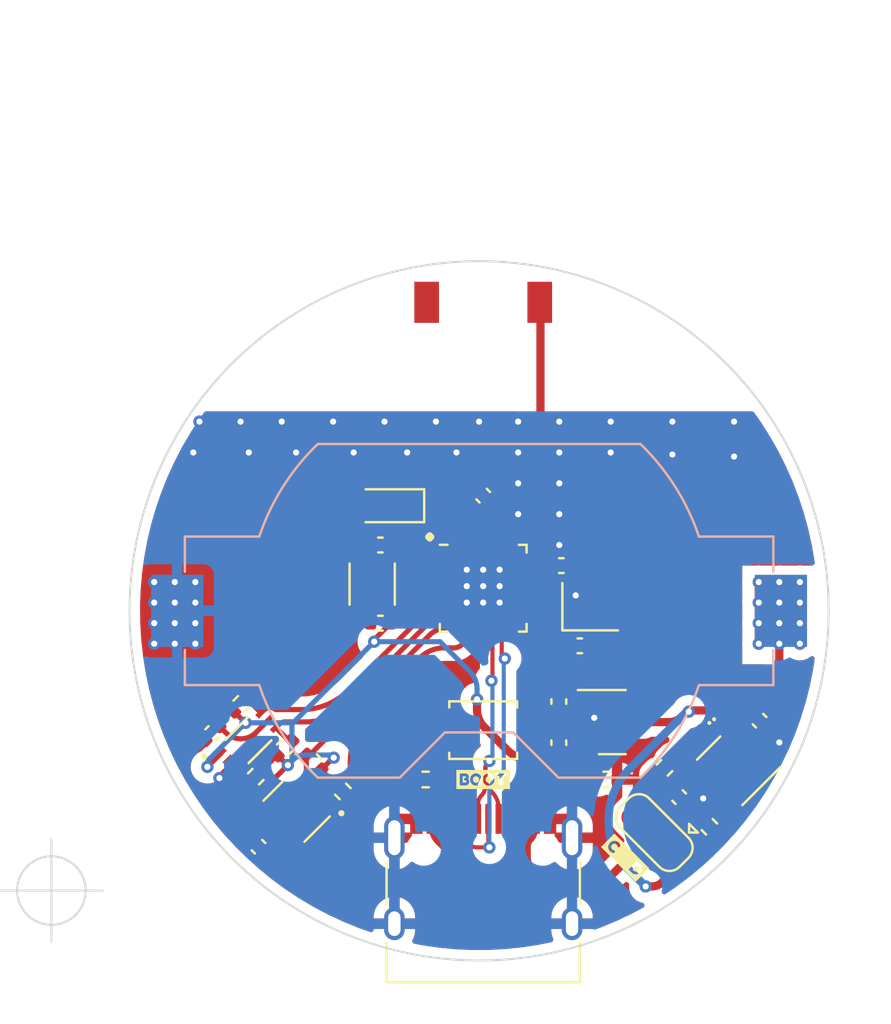
<source format=kicad_pcb>
(kicad_pcb (version 20211014) (generator pcbnew)
  (layers (0 "F.Cu" signal) (31 "B.Cu" signal) (34 "B.Paste" user) (35 "F.Paste" user) (36 "B.SilkS" user "B.Silkscreen") (37 "F.SilkS" user "F.Silkscreen") (38 "B.Mask" user) (39 "F.Mask" user) (44 "Edge.Cuts" user))
  (net 0 "")
  (net 1 "GND")
  (net 2 "BOOT")
  (net 3 "CC1")
  (net 4 "CC2")
  (net 5 "Net-(L1-Pad2)")
  (net 6 "D+")
  (net 7 "D-")
  (net 8 "+5V")
  (net 11 "BAT")
  (net 12 "SCL_BH")
  (net 13 "SDA_BH")
  (net 14 "Net-(R8-Pad1)")
  (net 15 "VCC")
  (net 16 "Net-(U3-Pad1)")
  (net 17 "Net-(U3-Pad2)")
  (net 23 "Net-(U3-Pad18)")
  (net 24 "Net-(U3-Pad19)")
  (net 33 "Net-(C1-Pad2)")
  (net 34 "Net-(C5-Pad1)")
  (net 35 "Net-(C6-Pad2)")
  (net 36 "SDA_SHT")
  (net 37 "SCL_SHT")
  (net 38 "Net-(C7-Pad2)")
  (net 40 "Net-(AE1-Pad2)")
  (net 41 "CHARG")
  (net 42 "DIRECT")
  (net 43 "Net-(D2-Pad2)")
  (net 44 "Net-(D2-Pad1)")
  (footprint "BLab:BH1750FVI" (layer "F.Cu") (at 109.377691 132.484725 45)
    (fp_text reference "U1" hide)
    (fp_text value "BH1750FVI")
  )
  (footprint "Resistor_SMD:R_0402_1005Metric" (layer "F.Cu") (at 109.739376 134.260624 -135)
    (fp_text reference "R3" hide)
    (fp_text value "1k")
  )
  (footprint "Resistor_SMD:R_0402_1005Metric" (layer "F.Cu") (at 111.146518 132.853481 45)
    (fp_text reference "R2" hide)
    (fp_text value "4.7k")
  )
  (footprint "Crystal:Crystal_SMD_2016-4Pin_2.0x1.6mm" (layer "F.Cu") (at 126 126)
    (fp_text reference "Y2" hide)
    (fp_text value "Crystal_GND24")
  )
  (footprint "Crystal:Crystal_SMD_2012-2Pin_2.0x1.2mm_HandSoldering" (layer "F.Cu") (at 116.28 121.09 180)
    (fp_text reference "Y1" hide)
    (fp_text value "Crystal")
  )
  (footprint "BLab:CA-03" (layer "F.Cu") (at 118.05 111.2)
    (fp_text reference "AE1" hide)
    (fp_text value "Antenna_Chip")
  )
  (footprint "Capacitor_SMD:C_0402_1005Metric" (layer "F.Cu") (at 124.4775 130.61 -90)
    (fp_text reference "C3" hide)
    (fp_text value "4.7uf")
  )
  (footprint "Resistor_SMD:R_0402_1005Metric" (layer "F.Cu") (at 118 134.4 180)
    (fp_text reference "R6" hide)
    (fp_text value "5.1k")
  )
  (footprint "Capacitor_SMD:C_0402_1005Metric" (layer "F.Cu") (at 120.8 120.6 -45)
    (fp_text reference "C6" hide)
    (fp_text value "0.1uf")
  )
  (footprint "LED_SMD:LED_0402_1005Metric" (layer "F.Cu") (at 131.02894 132.42045 -135)
    (fp_text reference "D2" hide)
    (fp_text value "LED")
  )
  (footprint "Diode_SMD:D_0402_1005Metric" (layer "F.Cu") (at 132.8 130.7 45)
    (fp_text reference "D1" hide)
    (fp_text value "D")
  )
  (footprint "kibuzzard-64141A9C" (layer "F.Cu") (at 127.7 138.2 -45)
    (fp_text reference "kibuzzard-64141A9C" hide)
    (fp_text value "G***" hide)
  )
  (footprint "Jumper:SolderJumper-3_P1.3mm_Open_RoundedPad1.0x1.5mm" (layer "F.Cu") (at 129.115867 136.98007 135)
    (fp_text reference "JP1" hide)
    (fp_text value "Jumper_3_Bridged12")
  )
  (footprint "Capacitor_SMD:C_0402_1005Metric" (layer "F.Cu") (at 125.5 127.9 180)
    (fp_text reference "C10" hide)
    (fp_text value "0.1uf")
  )
  (footprint "Resistor_SMD:R_0402_1005Metric" (layer "F.Cu") (at 112.559699 133.565298 135)
    (fp_text reference "R5" hide)
    (fp_text value "10k")
  )
  (footprint "Connector_USB:USB_C_Receptacle_HRO_TYPE-C-31-M-12" (layer "F.Cu") (at 120.8 140.36)
    (fp_text reference "J1" hide)
    (fp_text value "USB_C_Receptacle_USB2.0")
  )
  (footprint "Inductor_SMD:L_Taiyo-Yuden_MD-2020" (layer "F.Cu") (at 115.4 124.9 -90)
    (fp_text reference "L1" hide)
    (fp_text value "22uh")
  )
  (footprint "kibuzzard-64142EB1" (layer "F.Cu") (at 120.8 134.4)
    (fp_text reference "kibuzzard-64142EB1" hide)
    (fp_text value "G***" hide)
  )
  (footprint "Capacitor_SMD:C_0402_1005Metric" (layer "F.Cu") (at 134.239411 131.539411 -45)
    (fp_text reference "C11" hide)
    (fp_text value "10uf")
  )
  (footprint "Package_DFN_QFN:QFN-28-1EP_4x4mm_P0.45mm_EP2.4x2.4mm" (layer "F.Cu") (at 120.8 125.1)
    (fp_text reference "U3" hide)
    (fp_text value "CH573F")
  )
  (footprint "Package_TO_SOT_SMD:SOT-23" (layer "F.Cu") (at 127.0775 131.61)
    (fp_text reference "U2" hide)
    (fp_text value "ME6216A33M3G")
  )
  (footprint "Resistor_SMD:R_0402_1005Metric" (layer "F.Cu") (at 131.8 136.7 135)
    (fp_text reference "R8" hide)
    (fp_text value "2k")
  )
  (footprint "Capacitor_SMD:C_0402_1005Metric" (layer "F.Cu") (at 124.6 124 180)
    (fp_text reference "C7" hide)
    (fp_text value "2.2uf")
  )
  (footprint "Capacitor_SMD:C_0402_1005Metric" (layer "F.Cu") (at 124.4775 132.61 90)
    (fp_text reference "C4" hide)
    (fp_text value "4.7uf")
  )
  (footprint "Sensor_Humidity:Sensirion_DFN-8-1EP_2.5x2.5mm_P0.5mm_EP1.1x1.7mm" (layer "F.Cu") (at 111.569749 135.969461 -135)
    (fp_text reference "U4" hide)
    (fp_text value "SHT31-DIS")
  )
  (footprint "Resistor_SMD:R_0402_1005Metric" (layer "F.Cu") (at 129.614726 133.834664 45)
    (fp_text reference "R9" hide)
    (fp_text value "1k")
  )
  (footprint "Capacitor_SMD:C_0402_1005Metric" (layer "F.Cu") (at 107.618055 132.139303 -135)
    (fp_text reference "C5" hide)
    (fp_text value "0.1uf")
  )
  (footprint "Resistor_SMD:R_0402_1005Metric" (layer "F.Cu") (at 109.032269 130.72509 45)
    (fp_text reference "R1" hide)
    (fp_text value "4.7k")
  )
  (footprint "Capacitor_SMD:C_0402_1005Metric" (layer "F.Cu") (at 115.8 126.8)
    (fp_text reference "C2" hide)
    (fp_text value "2.2uf")
  )
  (footprint "my:bt-342" (layer "F.Cu") (at 120.8 132 180)
    (fp_text reference "SW1" hide)
    (fp_text value "SW_Push")
  )
  (footprint "Capacitor_SMD:C_0402_1005Metric" (layer "F.Cu") (at 115.8 123)
    (fp_text reference "C1" hide)
    (fp_text value "2.2uf")
  )
  (footprint "Resistor_SMD:R_0402_1005Metric" (layer "F.Cu") (at 113.973912 134.979512 -45)
    (fp_text reference "R4" hide)
    (fp_text value "10k")
  )
  (footprint "Capacitor_SMD:C_0402_1005Metric" (layer "F.Cu") (at 109.872693 137.666517 -45)
    (fp_text reference "C8" hide)
    (fp_text value "0.1uf")
  )
  (footprint "Capacitor_SMD:C_0402_1005Metric" (layer "F.Cu") (at 130.328904 135.255949 -45)
    (fp_text reference "C9" hide)
    (fp_text value "4.7uf")
  )
  (footprint "Package_TO_SOT_SMD:SOT-23-5" (layer "F.Cu") (at 132.867418 133.976085 -135)
    (fp_text reference "U5" hide)
    (fp_text value "TP4054")
  )
  (footprint "Resistor_SMD:R_0402_1005Metric" (layer "F.Cu") (at 126.8 134.4)
    (fp_text reference "R7" hide)
    (fp_text value "5.1k")
  )
  (footprint "Battery:BatteryHolder_Keystone_1058_1x2032" (layer "B.Cu") (at 120.6 126.2 180)
    (fp_text reference "BT1" hide)
    (fp_text value "Battery")
  )
  (gr_circle (center 113.903202 136.040172) (end 113.903202 136.040172) (layer "F.SilkS") (width 0.15) (fill none))
  (gr_circle (center 107.232833 133.285057) (end 107.232833 133.285057) (layer "F.SilkS") (width 0.15) (fill none))
  (gr_circle locked (center 120.6 126.2) (end 137.6 126.1) (layer "Edge.Cuts") (width 0.1) (fill none))
  (gr_text "." (at 118.2 122) (layer "F.SilkS") (effects (font (size 1.5 1.5) (thickness 0.3))))
  (target plus (at 99.8 139.8) (size 5) (width 0.1) (layer "Edge.Cuts"))
  (segment (start 108.532521 133.584099) (end 108.683488 133.735066) (width 0.25) (layer "F.Cu") (net 1))
  (segment (start 133.671752 133.149999) (end 133.671752 133.171751) (width 0.25) (layer "F.Cu") (net 1))
  (segment (start 108.565578 133.659583) (end 108.57265 133.659583) (width 0.25) (layer "F.Cu") (net 1))
  (segment (start 134.45778 132.342219) (end 133.687132 133.112867) (width 0.25) (layer "F.Cu") (net 1))
  (segment (start 130.955013 135.864986) (end 131.5 135.32) (width 0.25) (layer "F.Cu") (net 1))
  (segment (start 112.048303 135.84446) (end 112.577376 135.315387) (width 0.25) (layer "F.Cu") (net 1))
  (segment (start 130.955013 135.882057) (end 130.947942 135.874986) (width 0.25) (layer "F.Cu") (net 1))
  (segment (start 110.728942 137.870928) (end 111.269229 137.330642) (width 0.25) (layer "F.Cu") (net 1))
  (segment (start 124.4775 131.394055) (end 124.4775 132.13) (width 0.25) (layer "F.Cu") (net 1))
  (segment (start 126.097573 130.66) (end 125.211555 130.66) (width 0.25) (layer "F.Cu") (net 1))
  (segment (start 126.2 131.4) (end 126.2 130.762426) (width 0.4) (layer "F.Cu") (net 1))
  (segment (start 108.553506 133.664583) (end 108.001008 134.217081) (width 0.25) (layer "F.Cu") (net 1))
  (segment (start 107.971257 134.330983) (end 107.971257 134.288908) (width 0.25) (layer "F.Cu") (net 1))
  (segment (start 130.947942 135.874986) (end 130.668316 135.59536) (width 0.25) (layer "F.Cu") (net 1))
  (segment (start 135.164644 132.464644) (end 134.699863 131.999863) (width 0.4) (layer "F.Cu") (net 1))
  (segment (start 111.419489 137.180381) (end 111.269229 137.330642) (width 0.25) (layer "F.Cu") (net 1))
  (segment (start 130.955013 135.882057) (end 131.241072 136.168116) (width 0.25) (layer "F.Cu") (net 1))
  (segment (start 108.683488 133.735066) (end 108.758972 133.81055) (width 0.25) (layer "F.Cu") (net 1))
  (segment (start 135.2 132.6) (end 135.2 132.55) (width 0.4) (layer "F.Cu") (net 1))
  (segment (start 111.569749 136.81762) (end 111.569749 136.146238) (width 0.25) (layer "F.Cu") (net 1))
  (segment (start 110.403023 138.005929) (end 110.212104 138.005929) (width 0.25) (layer "F.Cu") (net 1))
  (segment (start 108.532521 133.584099) (end 108.405419 133.456997) (width 0.25) (layer "F.Cu") (net 1))
  (segment (start 111.269229 137.330642) (end 110.915676 136.977088) (width 0.25) (layer "F.Cu") (net 1))
  (via (at 104.8 127.8) (size 0.6) (drill 0.3) (layers "F.Cu" "B.Cu") (net 1))
  (via (at 106.8 124.8) (size 0.6) (drill 0.3) (layers "F.Cu" "B.Cu") (net 1))
  (via (at 106.8 125.8) (size 0.6) (drill 0.3) (layers "F.Cu" "B.Cu") (net 1))
  (via (at 124.5 117) (size 0.6) (drill 0.3) (layers "F.Cu" "B.Cu") (net 1))
  (via (at 130 118.6) (size 0.6) (drill 0.3) (layers "F.Cu" "B.Cu") (net 1))
  (via (at 105.8 126.8) (size 0.6) (drill 0.3) (layers "F.Cu" "B.Cu") (net 1))
  (via (at 124.5 123) (size 0.6) (drill 0.3) (layers "F.Cu" "B.Cu") (net 1))
  (via (at 130 117) (size 0.6) (drill 0.3) (layers "F.Cu" "B.Cu") (net 1))
  (via (at 104.8 126.8) (size 0.6) (drill 0.3) (layers "F.Cu" "B.Cu") (net 1))
  (via (at 105.8 125.8) (size 0.6) (drill 0.3) (layers "F.Cu" "B.Cu") (net 1))
  (via (at 107.971257 134.330983) (size 0.6) (drill 0.3) (layers "F.Cu" "B.Cu") (net 1))
  (via (at 114.5 118.5) (size 0.6) (drill 0.3) (layers "F.Cu" "B.Cu") (net 1))
  (via (at 122.5 121.5) (size 0.6) (drill 0.3) (layers "F.Cu" "B.Cu") (net 1))
  (via (at 111.7 118.5) (size 0.6) (drill 0.3) (layers "F.Cu" "B.Cu") (net 1))
  (via (at 111 117) (size 0.6) (drill 0.3) (layers "F.Cu" "B.Cu") (net 1))
  (via (at 120.8 125) (size 0.6) (drill 0.3) (layers "F.Cu" "B.Cu") (net 1))
  (via (at 124.5 118.5) (size 0.6) (drill 0.3) (layers "F.Cu" "B.Cu") (net 1))
  (via (at 120 125) (size 0.6) (drill 0.3) (layers "F.Cu" "B.Cu") (net 1))
  (via (at 126.2 131.4) (size 0.6) (drill 0.3) (layers "F.Cu" "B.Cu") (net 1))
  (via (at 106.8 126.8) (size 0.6) (drill 0.3) (layers "F.Cu" "B.Cu") (net 1))
  (via (at 104.8 125.8) (size 0.6) (drill 0.3) (layers "F.Cu" "B.Cu") (net 1))
  (via (at 121.6 124.2) (size 0.6) (drill 0.3) (layers "F.Cu" "B.Cu") (net 1))
  (via (at 121.6 125.8) (size 0.6) (drill 0.3) (layers "F.Cu" "B.Cu") (net 1))
  (via (at 122.5 120) (size 0.6) (drill 0.3) (layers "F.Cu" "B.Cu") (net 1))
  (via (at 120 125.8) (size 0.6) (drill 0.3) (layers "F.Cu" "B.Cu") (net 1))
  (via (at 106.7 118.5) (size 0.6) (drill 0.3) (layers "F.Cu" "B.Cu") (net 1))
  (via (at 133 118.7) (size 0.6) (drill 0.3) (layers "F.Cu" "B.Cu") (net 1))
  (via (at 124.5 120) (size 0.6) (drill 0.3) (layers "F.Cu" "B.Cu") (net 1))
  (via (at 124.5 121.5) (size 0.6) (drill 0.3) (layers "F.Cu" "B.Cu") (net 1))
  (via (at 120.6 117) (size 0.6) (drill 0.3) (layers "F.Cu" "B.Cu") (net 1))
  (via (at 120 124.2) (size 0.6) (drill 0.3) (layers "F.Cu" "B.Cu") (net 1))
  (via (at 104.8 124.8) (size 0.6) (drill 0.3) (layers "F.Cu" "B.Cu") (net 1))
  (via (at 125.3 125.45) (size 0.6) (drill 0.3) (layers "F.Cu" "B.Cu") (net 1))
  (via (at 117.1 118.5) (size 0.6) (drill 0.3) (layers "F.Cu" "B.Cu") (net 1))
  (via (at 120.8 125.8) (size 0.6) (drill 0.3) (layers "F.Cu" "B.Cu") (net 1))
  (via (at 120.8 124.2) (size 0.6) (drill 0.3) (layers "F.Cu" "B.Cu") (net 1))
  (via (at 106.8 127.8) (size 0.6) (drill 0.3) (layers "F.Cu" "B.Cu") (net 1))
  (via (at 116 117) (size 0.6) (drill 0.3) (layers "F.Cu" "B.Cu") (net 1))
  (via (at 118.5 117) (size 0.6) (drill 0.3) (layers "F.Cu" "B.Cu") (net 1))
  (via (at 131.5 135.32) (size 0.6) (drill 0.3) (layers "F.Cu" "B.Cu") (net 1))
  (via (at 127 117) (size 0.6) (drill 0.3) (layers "F.Cu" "B.Cu") (net 1))
  (via (at 122.5 117) (size 0.6) (drill 0.3) (layers "F.Cu" "B.Cu") (net 1))
  (via (at 135.2 132.6) (size 0.6) (drill 0.3) (layers "F.Cu" "B.Cu") (net 1))
  (via (at 119.5 118.5) (size 0.6) (drill 0.3) (layers "F.Cu" "B.Cu") (net 1))
  (via (at 109 117) (size 0.6) (drill 0.3) (layers "F.Cu" "B.Cu") (net 1))
  (via (at 113.5 117) (size 0.6) (drill 0.3) (layers "F.Cu" "B.Cu") (net 1))
  (via (at 133 117) (size 0.6) (drill 0.3) (layers "F.Cu" "B.Cu") (net 1))
  (via (at 127 118.5) (size 0.6) (drill 0.3) (layers "F.Cu" "B.Cu") (net 1))
  (via (at 109.4 118.5) (size 0.6) (drill 0.3) (layers "F.Cu" "B.Cu") (net 1))
  (via (at 107 117) (size 0.6) (drill 0.3) (layers "F.Cu" "B.Cu") (net 1))
  (via (at 105.8 127.8) (size 0.6) (drill 0.3) (layers "F.Cu" "B.Cu") (net 1))
  (via (at 122.5 118.5) (size 0.6) (drill 0.3) (layers "F.Cu" "B.Cu") (net 1))
  (via (at 105.8 124.8) (size 0.6) (drill 0.3) (layers "F.Cu" "B.Cu") (net 1))
  (via (at 121.6 125) (size 0.6) (drill 0.3) (layers "F.Cu" "B.Cu") (net 1))
  (arc (start 111.569749 136.81762) (mid 111.530697 137.013945) (end 111.419489 137.180381) (width 0.25) (layer "F.Cu") (net 1))
  (arc (start 124.6925 130.875) (mid 124.533376 131.113144) (end 124.4775 131.394055) (width 0.25) (layer "F.Cu") (net 1))
  (arc (start 112.048303 135.84446) (mid 111.909846 135.936974) (end 111.746526 135.969461) (width 0.25) (layer "F.Cu") (net 1))
  (arc (start 111.746526 135.969461) (mid 111.621525 136.021237) (end 111.569749 136.146238) (width 0.25) (layer "F.Cu") (net 1))
  (arc (start 108.565578 133.659583) (mid 108.559044 133.660882) (end 108.553506 133.664583) (width 0.25) (layer "F.Cu") (net 1))
  (arc (start 130.955013 135.864986) (mid 130.952396 135.868902) (end 130.951478 135.873522) (width 0.25) (layer "F.Cu") (net 1))
  (arc (start 108.001008 134.217081) (mid 107.978989 134.250035) (end 107.971257 134.288908) (width 0.25) (layer "F.Cu") (net 1))
  (arc (start 134.699863 131.999863) (mid 134.622592 131.984492) (end 134.578822 132.05) (width 0.4) (layer "F.Cu") (net 1))
  (arc (start 110.728942 137.870928) (mid 110.579409 137.970843) (end 110.403023 138.005929) (width 0.25) (layer "F.Cu") (net 1))
  (arc (start 126.17 130.69) (mid 126.192203 130.723229) (end 126.2 130.762426) (width 0.4) (layer "F.Cu") (net 1))
  (arc (start 125.211555 130.66) (mid 124.930644 130.715876) (end 124.6925 130.875) (width 0.25) (layer "F.Cu") (net 1))
  (arc (start 134.578822 132.05) (mid 134.547364 132.208147) (end 134.45778 132.342219) (width 0.25) (layer "F.Cu") (net 1))
  (arc (start 130.947942 135.874986) (mid 130.950199 135.875435) (end 130.951478 135.873522) (width 0.25) (layer "F.Cu") (net 1))
  (arc (start 130.951478 135.873522) (mid 130.952396 135.878141) (end 130.955013 135.882057) (width 0.25) (layer "F.Cu") (net 1))
  (arc (start 133.687132 133.112867) (mid 133.675749 133.129903) (end 133.671752 133.149999) (width 0.25) (layer "F.Cu") (net 1))
  (arc (start 126.17 130.69) (mid 126.13677 130.667796) (end 126.097573 130.66) (width 0.4) (layer "F.Cu") (net 1))
  (arc (start 135.164644 132.464644) (mid 135.190811 132.503805) (end 135.2 132.55) (width 0.4) (layer "F.Cu") (net 1))
  (segment (start 123.4 131.317157) (end 123.4 129.624264) (width 0.25) (layer "F.Cu") (net 2))
  (segment (start 124 125.976776) (end 124 127) (width 0.25) (layer "F.Cu") (net 2))
  (segment (start 123.573223 125.55) (end 122.75 125.55) (width 0.25) (layer "F.Cu") (net 2))
  (segment (start 124 128.175735) (end 124 127.4) (width 0.25) (layer "F.Cu") (net 2))
  (segment (start 124.512132 127.9) (end 125.02 127.9) (width 0.25) (layer "F.Cu") (net 2))
  (segment (start 123.2 131.8) (end 123 132) (width 0.25) (layer "F.Cu") (net 2))
  (segment (start 124 127.4) (end 124 127) (width 0.25) (layer "F.Cu") (net 2))
  (segment (start 124.141421 127.741421) (end 124.15 127.75) (width 0.25) (layer "F.Cu") (net 2))
  (segment (start 124 127) (end 124 127.4) (width 0.25) (layer "F.Cu") (net 2))
  (arc (start 124 128.175735) (mid 123.922032 128.567704) (end 123.7 128.9) (width 0.25) (layer "F.Cu") (net 2))
  (arc (start 124.15 127.75) (mid 124.316147 127.861016) (end 124.512132 127.9) (width 0.25) (layer "F.Cu") (net 2))
  (arc (start 123.875 125.675) (mid 123.967513 125.813456) (end 124 125.976776) (width 0.25) (layer "F.Cu") (net 2))
  (arc (start 124 127.4) (mid 124 127.4) (end 124 127.4) (width 0.25) (layer "F.Cu") (net 2))
  (arc (start 124 127.4) (mid 124.036754 127.584775) (end 124.141421 127.741421) (width 0.25) (layer "F.Cu") (net 2))
  (arc (start 123.875 125.675) (mid 123.736543 125.582486) (end 123.573223 125.55) (width 0.25) (layer "F.Cu") (net 2))
  (arc (start 123.7 128.9) (mid 123.477967 129.232295) (end 123.4 129.624264) (width 0.25) (layer "F.Cu") (net 2))
  (arc (start 123.4 131.317157) (mid 123.348021 131.578469) (end 123.2 131.8) (width 0.25) (layer "F.Cu") (net 2))
  (segment (start 119.173241 134.573241) (end 119.275 134.675) (width 0.25) (layer "F.Cu") (net 3))
  (segment (start 118.755 134.4) (end 118.51 134.4) (width 0.25) (layer "F.Cu") (net 3))
  (segment (start 119.55 135.338908) (end 119.55 136.315) (width 0.25) (layer "F.Cu") (net 3))
  (arc (start 119.275 134.675) (mid 119.478529 134.979603) (end 119.55 135.338908) (width 0.25) (layer "F.Cu") (net 3))
  (arc (start 119.173241 134.573241) (mid 118.98135 134.445023) (end 118.755 134.4) (width 0.25) (layer "F.Cu") (net 3))
  (segment (start 122.926534 134.873465) (end 122.975 134.825) (width 0.25) (layer "F.Cu") (net 4))
  (segment (start 124.00104 134.4) (end 126.29 134.4) (width 0.25) (layer "F.Cu") (net 4))
  (segment (start 122.55 135.7825) (end 122.55 136.315) (width 0.25) (layer "F.Cu") (net 4))
  (arc (start 122.926534 134.873465) (mid 122.647857 135.290533) (end 122.55 135.7825) (width 0.25) (layer "F.Cu") (net 4))
  (arc (start 124.00104 134.4) (mid 123.445751 134.510453) (end 122.975 134.825) (width 0.25) (layer "F.Cu") (net 4))
  (segment (start 118.85 125.1) (end 117.05 125.1) (width 0.25) (layer "F.Cu") (net 5))
  (segment (start 116.12019 125.329809) (end 115.8625 125.5875) (width 0.25) (layer "F.Cu") (net 5))
  (segment (start 116.675 125.1) (end 117 125.1) (width 0.25) (layer "F.Cu") (net 5))
  (arc (start 116.675 125.1) (mid 116.374739 125.159725) (end 116.12019 125.329809) (width 0.25) (layer "F.Cu") (net 5))
  (segment (start 121.55 135.790214) (end 121.55 136.315) (width 0.2) (layer "F.Cu") (net 6))
  (segment (start 121.007592 133.592908) (end 121.1005 133.5) (width 0.2) (layer "F.Cu") (net 6))
  (segment (start 120.914684 133.817207) (end 120.914684 134.256425) (width 0.2) (layer "F.Cu") (net 6))
  (segment (start 120.9 134.74349) (end 120.9 133.842274) (width 0.2) (layer "F.Cu") (net 6))
  (segment (start 121.249988 128.540579) (end 121.249988 128.043942) (width 0.2) (layer "F.Cu") (net 6))
  (segment (start 120.55 135.588465) (end 120.55 136.315) (width 0.2) (layer "F.Cu") (net 6))
  (segment (start 121.25 128.043913) (end 121.25 127.05) (width 0.2) (layer "F.Cu") (net 6))
  (segment (start 121.2005 129.6) (end 121.22525 129.57525) (width 0.2) (layer "F.Cu") (net 6))
  (segment (start 121.25 129.515498) (end 121.25 128.540608) (width 0.2) (layer "F.Cu") (net 6))
  (segment (start 121.00025 133.60025) (end 121.1005 133.5) (width 0.2) (layer "F.Cu") (net 6))
  (via (at 121.2005 129.6) (size 0.6) (drill 0.3) (layers "F.Cu" "B.Cu") (net 6))
  (via (at 121.1005 133.5) (size 0.6) (drill 0.3) (layers "F.Cu" "B.Cu") (net 6))
  (arc (start 121.249988 128.540579) (mid 121.249988 128.540585) (end 121.249988 128.540588) (width 0.2) (layer "F.Cu") (net 6))
  (arc (start 120.725 135.165978) (mid 120.595481 135.359816) (end 120.55 135.588465) (width 0.2) (layer "F.Cu") (net 6))
  (arc (start 121.232342 135.02332) (mid 121.467443 135.375174) (end 121.55 135.790214) (width 0.2) (layer "F.Cu") (net 6))
  (arc (start 121.249988 128.540588) (mid 121.249996 128.540598) (end 121.25 128.540608) (width 0.2) (layer "F.Cu") (net 6))
  (arc (start 121.25 128.043922) (mid 121.249991 128.043932) (end 121.249988 128.043942) (width 0.2) (layer "F.Cu") (net 6))
  (arc (start 121.25 129.515498) (mid 121.243567 129.547835) (end 121.22525 129.57525) (width 0.2) (layer "F.Cu") (net 6))
  (arc (start 120.914684 134.256425) (mid 120.99724 134.671465) (end 121.232342 135.02332) (width 0.2) (layer "F.Cu") (net 6))
  (arc (start 121.25 128.043913) (mid 121.25 128.043919) (end 121.25 128.043922) (width 0.2) (layer "F.Cu") (net 6))
  (arc (start 121.00025 133.60025) (mid 120.926054 133.711291) (end 120.9 133.842274) (width 0.2) (layer "F.Cu") (net 6))
  (arc (start 121.007592 133.592908) (mid 120.93883 133.695817) (end 120.914684 133.817207) (width 0.2) (layer "F.Cu") (net 6))
  (arc (start 120.9 134.74349) (mid 120.854518 134.972138) (end 120.725 135.165978) (width 0.2) (layer "F.Cu") (net 6))
  (segment (start 121.249999 129.6845) (end 121.249999 133.244789) (width 0.2) (layer "B.Cu") (net 6))
  (segment (start 121.225249 129.624749) (end 121.2005 129.6) (width 0.2) (layer "B.Cu") (net 6))
  (segment (start 121.1005 133.5) (end 121.175249 133.42525) (width 0.2) (layer "B.Cu") (net 6))
  (arc (start 121.225249 129.624749) (mid 121.243566 129.652163) (end 121.249999 129.6845) (width 0.2) (layer "B.Cu") (net 6))
  (arc (start 121.249999 133.244789) (mid 121.230572 133.342453) (end 121.175249 133.42525) (width 0.2) (layer "B.Cu") (net 6))
  (segment (start 120.05 137.273223) (end 120.05 136.315) (width 0.2) (layer "F.Cu") (net 7))
  (segment (start 121.849488 128.51952) (end 121.774744 128.444776) (width 0.2) (layer "F.Cu") (net 7))
  (segment (start 121.075 137.675) (end 121.1 137.7) (width 0.2) (layer "F.Cu") (net 7))
  (segment (start 120.476776 137.7) (end 121.1 137.7) (width 0.2) (layer "F.Cu") (net 7))
  (segment (start 121.7 128.264328) (end 121.7 127.05) (width 0.2) (layer "F.Cu") (net 7))
  (segment (start 121.05 137.614644) (end 121.05 136.315) (width 0.2) (layer "F.Cu") (net 7))
  (via (at 121.849488 128.51952) (size 0.6) (drill 0.3) (layers "F.Cu" "B.Cu") (net 7))
  (via (at 121.1 137.7) (size 0.6) (drill 0.3) (layers "F.Cu" "B.Cu") (net 7))
  (arc (start 121.05 137.614644) (mid 121.056497 137.647308) (end 121.075 137.675) (width 0.2) (layer "F.Cu") (net 7))
  (arc (start 120.175 137.575) (mid 120.313456 137.667513) (end 120.476776 137.7) (width 0.2) (layer "F.Cu") (net 7))
  (arc (start 121.7 128.264328) (mid 121.719425 128.361985) (end 121.774744 128.444776) (width 0.2) (layer "F.Cu") (net 7))
  (arc (start 120.05 137.273223) (mid 120.082486 137.436543) (end 120.175 137.575) (width 0.2) (layer "F.Cu") (net 7))
  (segment (start 121.849488 128.51952) (end 121.824744 128.544264) (width 0.2) (layer "B.Cu") (net 7))
  (segment (start 121.307097 134.518926) (end 121.371292 134.454731) (width 0.2) (layer "B.Cu") (net 7))
  (segment (start 121.8 128.604001) (end 121.8 133.823929) (width 0.2) (layer "B.Cu") (net 7))
  (segment (start 121.657097 134.168926) (end 121.371292 134.454731) (width 0.2) (layer "B.Cu") (net 7))
  (segment (start 121.1 135.018904) (end 121.1 137.7) (width 0.2) (layer "B.Cu") (net 7))
  (arc (start 121.8 133.823929) (mid 121.76286 134.01064) (end 121.657097 134.168926) (width 0.2) (layer "B.Cu") (net 7))
  (arc (start 121.307097 134.518926) (mid 121.153822 134.748318) (end 121.1 135.018904) (width 0.2) (layer "B.Cu") (net 7))
  (arc (start 121.824744 128.544264) (mid 121.80643 128.571671) (end 121.8 128.604001) (width 0.2) (layer "B.Cu") (net 7))
  (segment (start 118.35 136.70983) (end 118.35 136.315) (width 0.4) (layer "F.Cu") (net 8))
  (segment (start 125.752031 139.3) (end 122.097678 139.3) (width 0.4) (layer "F.Cu") (net 8))
  (segment (start 123.25 136.868118) (end 123.25 136.315) (width 0.4) (layer "F.Cu") (net 8))
  (segment (start 118.629187 137.383848) (end 119.447669 138.20233) (width 0.4) (layer "F.Cu") (net 8))
  (segment (start 126.447968 139.3) (end 125.752031 139.3) (width 0.4) (layer "F.Cu") (net 8))
  (segment (start 125.752031 139.3) (end 124.084029 139.3) (width 0.4) (layer "F.Cu") (net 8))
  (segment (start 125.752031 139.3) (end 126.447968 139.3) (width 0.4) (layer "F.Cu") (net 8))
  (segment (start 122.915479 137.675724) (end 122.915479 138.131449) (width 0.4) (layer "F.Cu") (net 8))
  (segment (start 127.041987 139.053949) (end 129.115867 136.98007) (width 0.4) (layer "F.Cu") (net 8))
  (arc (start 119.447669 138.20233) (mid 120.663503 139.014724) (end 122.097678 139.3) (width 0.4) (layer "F.Cu") (net 8))
  (arc (start 123.082739 137.271921) (mid 122.958948 137.457187) (end 122.915479 137.675724) (width 0.4) (layer "F.Cu") (net 8))
  (arc (start 123.25 136.868118) (mid 123.20653 137.086654) (end 123.082739 137.271921) (width 0.4) (layer "F.Cu") (net 8))
  (arc (start 122.915479 138.131449) (mid 123.004429 138.578634) (end 123.257739 138.957739) (width 0.4) (layer "F.Cu") (net 8))
  (arc (start 123.257739 138.957739) (mid 123.636844 139.211049) (end 124.084029 139.3) (width 0.4) (layer "F.Cu") (net 8))
  (arc (start 118.35 136.70983) (mid 118.422558 137.074606) (end 118.629187 137.383848) (width 0.4) (layer "F.Cu") (net 8))
  (arc (start 127.041987 139.053949) (mid 126.769449 139.236053) (end 126.447968 139.3) (width 0.4) (layer "F.Cu") (net 8))
  (arc (start 125.752031 139.3) (mid 125.752031 139.3) (end 125.752031 139.3) (width 0.4) (layer "F.Cu") (net 8))
  (segment (start 134.2 124.8) (end 136.2 124.8) (width 0.4) (layer "F.Cu") (net 11))
  (segment (start 134.549999 130.549999) (end 134.041421 131.058578) (width 0.4) (layer "F.Cu") (net 11))
  (segment (start 135.2 124.8) (end 135.2 127.8) (width 0.4) (layer "F.Cu") (net 11))
  (segment (start 133.758578 131.741422) (end 133.000001 132.5) (width 0.4) (layer "F.Cu") (net 11))
  (segment (start 135.2 128.980761) (end 135.2 127.8) (width 0.4) (layer "F.Cu") (net 11))
  (segment (start 133.173315 130.473315) (end 133.758578 131.058578) (width 0.4) (layer "F.Cu") (net 11))
  (segment (start 136.2 124.8) (end 136.2 127.8) (width 0.4) (layer "F.Cu") (net 11))
  (segment (start 133.142947 130.4) (end 133.142947 130.357053) (width 0.4) (layer "F.Cu") (net 11))
  (segment (start 134.2 124.8) (end 134.2 127.8) (width 0.4) (layer "F.Cu") (net 11))
  (via (at 135.2 127.8) (size 0.6) (drill 0.3) (layers "F.Cu" "B.Cu") (net 11))
  (via (at 135.2 125.8) (size 0.6) (drill 0.3) (layers "F.Cu" "B.Cu") (net 11))
  (via (at 134.2 126.8) (size 0.6) (drill 0.3) (layers "F.Cu" "B.Cu") (net 11))
  (via (at 136.2 125.8) (size 0.6) (drill 0.3) (layers "F.Cu" "B.Cu") (net 11))
  (via (at 135.2 124.8) (size 0.6) (drill 0.3) (layers "F.Cu" "B.Cu") (net 11))
  (via (at 134.2 125.8) (size 0.6) (drill 0.3) (layers "F.Cu" "B.Cu") (net 11))
  (via (at 134.2 127.8) (size 0.6) (drill 0.3) (layers "F.Cu" "B.Cu") (net 11))
  (via (at 136.2 124.8) (size 0.6) (drill 0.3) (layers "F.Cu" "B.Cu") (net 11))
  (via (at 136.2 126.8) (size 0.6) (drill 0.3) (layers "F.Cu" "B.Cu") (net 11))
  (via (at 136.2 127.8) (size 0.6) (drill 0.3) (layers "F.Cu" "B.Cu") (net 11))
  (via (at 134.2 124.8) (size 0.6) (drill 0.3) (layers "F.Cu" "B.Cu") (net 11))
  (via (at 135.2 126.8) (size 0.6) (drill 0.3) (layers "F.Cu" "B.Cu") (net 11))
  (arc (start 133.9 131.4) (mid 133.863245 131.215223) (end 133.758578 131.058578) (width 0.4) (layer "F.Cu") (net 11))
  (arc (start 133.758578 131.058578) (mid 133.899999 131.117156) (end 134.041421 131.058578) (width 0.4) (layer "F.Cu") (net 11))
  (arc (start 133.9 131.4) (mid 133.863245 131.584776) (end 133.758578 131.741422) (width 0.4) (layer "F.Cu") (net 11))
  (arc (start 134.041421 131.058578) (mid 133.936754 131.215223) (end 133.9 131.4) (width 0.4) (layer "F.Cu") (net 11))
  (arc (start 133.142947 130.4) (mid 133.150839 130.439677) (end 133.173315 130.473315) (width 0.4) (layer "F.Cu") (net 11))
  (arc (start 135.2 128.980761) (mid 135.03107 129.830026) (end 134.549999 130.549999) (width 0.4) (layer "F.Cu") (net 11))
  (segment (start 110.129929 131.025379) (end 110.123314 131.031995) (width 0.25) (layer "F.Cu") (net 12))
  (segment (start 118.575 126) (end 118.85 126) (width 0.25) (layer "F.Cu") (net 12))
  (segment (start 109.460393 130.622884) (end 109.869504 131.031995) (width 0.25) (layer "F.Cu") (net 12))
  (segment (start 118.105545 126.194454) (end 114.224414 130.075585) (width 0.25) (layer "F.Cu") (net 12))
  (segment (start 110.752471 131) (end 111.99268 131) (width 0.25) (layer "F.Cu") (net 12))
  (segment (start 109.392893 130.459925) (end 109.392893 130.364465) (width 0.25) (layer "F.Cu") (net 12))
  (segment (start 110.420334 130.90509) (end 110.523338 130.90509) (width 0.25) (layer "F.Cu") (net 12))
  (arc (start 110.637905 130.952545) (mid 110.585341 130.917423) (end 110.523338 130.90509) (width 0.25) (layer "F.Cu") (net 12))
  (arc (start 110.420334 130.90509) (mid 110.263168 130.936352) (end 110.129929 131.025379) (width 0.25) (layer "F.Cu") (net 12))
  (arc (start 109.460393 130.622884) (mid 109.410435 130.548118) (end 109.392893 130.459925) (width 0.25) (layer "F.Cu") (net 12))
  (arc (start 118.575 126) (mid 118.320932 126.050536) (end 118.105545 126.194454) (width 0.25) (layer "F.Cu") (net 12))
  (arc (start 114.224414 130.075585) (mid 113.200485 130.759752) (end 111.99268 131) (width 0.25) (layer "F.Cu") (net 12))
  (arc (start 109.869504 131.031995) (mid 109.996409 131.08456) (end 110.123314 131.031995) (width 0.25) (layer "F.Cu") (net 12))
  (arc (start 110.637905 130.952545) (mid 110.690468 130.987666) (end 110.752471 131) (width 0.25) (layer "F.Cu") (net 12))
  (segment (start 114.166906 130.768811) (end 118.356924 126.578793) (width 0.25) (layer "F.Cu") (net 13))
  (segment (start 112.16024 131.6) (end 111.172857 131.6) (width 0.25) (layer "F.Cu") (net 13))
  (segment (start 110.708903 131.871394) (end 111.267866 132.430356) (width 0.25) (layer "F.Cu") (net 13))
  (segment (start 110.724142 131.860619) (end 110.851758 131.733003) (width 0.25) (layer "F.Cu") (net 13))
  (segment (start 111.418754 132.492857) (end 111.507143 132.492857) (width 0.25) (layer "F.Cu") (net 13))
  (segment (start 118.667859 126.45) (end 118.85 126.45) (width 0.25) (layer "F.Cu") (net 13))
  (arc (start 111.267866 132.430356) (mid 111.337093 132.476613) (end 111.418754 132.492857) (width 0.25) (layer "F.Cu") (net 13))
  (arc (start 110.711135 131.866007) (mid 110.708219 131.867955) (end 110.708903 131.871394) (width 0.25) (layer "F.Cu") (net 13))
  (arc (start 118.667859 126.45) (mid 118.499582 126.483472) (end 118.356924 126.578793) (width 0.25) (layer "F.Cu") (net 13))
  (arc (start 114.166906 130.768811) (mid 113.246239 131.383981) (end 112.16024 131.6) (width 0.25) (layer "F.Cu") (net 13))
  (arc (start 110.724142 131.860619) (mid 110.718174 131.864606) (end 110.711135 131.866007) (width 0.25) (layer "F.Cu") (net 13))
  (arc (start 111.172857 131.6) (mid 110.999079 131.634566) (end 110.851758 131.733003) (width 0.25) (layer "F.Cu") (net 13))
  (segment (start 132.160624 136.432409) (end 132.160624 137.060624) (width 0.25) (layer "F.Cu") (net 14))
  (segment (start 132.447729 135.739275) (end 132.734835 135.45217) (width 0.25) (layer "F.Cu") (net 14))
  (arc (start 132.447729 135.739275) (mid 132.23524 136.057287) (end 132.160624 136.432409) (width 0.25) (layer "F.Cu") (net 14))
  (segment (start 112.920323 133.925922) (end 113.613288 134.618887) (width 0.25) (layer "F.Cu") (net 15))
  (segment (start 115.5 127.6) (end 117.55 125.55) (width 0.25) (layer "F.Cu") (net 15))
  (segment (start 113.518122 133.34) (end 113.53 133.34) (width 0.25) (layer "F.Cu") (net 15))
  (segment (start 113.497846 133.348398) (end 112.920323 133.925922) (width 0.25) (layer "F.Cu") (net 15))
  (segment (start 109.667769 136.81223) (end 110.27 136.21) (width 0.25) (layer "F.Cu") (net 15))
  (segment (start 107.386609 133.78642) (end 108.04903 133.123999) (width 0.25) (layer "F.Cu") (net 15))
  (segment (start 109.533282 137.136912) (end 109.533282 137.327106) (width 0.25) (layer "F.Cu") (net 15))
  (segment (start 120.5 131) (end 120.5 130.5) (width 0.4) (layer "F.Cu") (net 15))
  (segment (start 108.051865 133.111575) (end 108.051865 133.103443) (width 0.25) (layer "F.Cu") (net 15))
  (segment (start 117.55 125.55) (end 118.85 125.55) (width 0.25) (layer "F.Cu") (net 15))
  (segment (start 115.5 127.7) (end 115.5 127.6) (width 0.25) (layer "F.Cu") (net 15))
  (segment (start 125.89 132.56) (end 126.14 132.56) (width 0.25) (layer "F.Cu") (net 15))
  (segment (start 109.225258 131.639328) (end 108.671645 131.085714) (width 0.25) (layer "F.Cu") (net 15))
  (segment (start 110.775893 133.224106) (end 110.1 133.899999) (width 0.25) (layer "F.Cu") (net 15))
  (segment (start 108.051504 133.114529) (end 108.051504 133.118027) (width 0.25) (layer "F.Cu") (net 15))
  (segment (start 123.777586 133.5) (end 123.28375 133.5) (width 0.4) (layer "F.Cu") (net 15))
  (segment (start 124.767413 133.09) (end 124.79375 133.09) (width 0.4) (layer "F.Cu") (net 15))
  (segment (start 120.853553 131.853553) (end 121.945805 132.945805) (width 0.4) (layer "F.Cu") (net 15))
  (segment (start 111.261814 133.690025) (end 110.785894 133.214105) (width 0.25) (layer "F.Cu") (net 15))
  (segment (start 125.333622 132.866377) (end 125.463223 132.736776) (width 0.4) (layer "F.Cu") (net 15))
  (segment (start 110.785 134.215) (end 111.3 133.7) (width 0.25) (layer "F.Cu") (net 15))
  (segment (start 107.385658 133.786669) (end 107.386009 133.786669) (width 0.25) (layer "F.Cu") (net 15))
  (segment (start 110.27 136.21) (end 110.27 135.458319) (width 0.25) (layer "F.Cu") (net 15))
  (segment (start 111.3 133.7) (end 111.285894 133.7) (width 0.25) (layer "F.Cu") (net 15))
  (segment (start 109.23733 131.644329) (end 109.244401 131.644329) (width 0.25) (layer "F.Cu") (net 15))
  (segment (start 116.28 126.80693) (end 116.28 126.8) (width 0.25) (layer "F.Cu") (net 15))
  (via (at 120.5 130.5) (size 0.6) (drill 0.3) (layers "F.Cu" "B.Cu") (net 15))
  (via (at 109.244401 131.644329) (size 0.6) (drill 0.3) (layers "F.Cu" "B.Cu") (net 15))
  (via (at 107.385658 133.786669) (size 0.6) (drill 0.3) (layers "F.Cu" "B.Cu") (net 15))
  (via (at 113.53 133.34) (size 0.6) (drill 0.3) (layers "F.Cu" "B.Cu") (net 15))
  (via (at 115.5 127.7) (size 0.6) (drill 0.3) (layers "F.Cu" "B.Cu") (net 15))
  (via (at 111.3 133.7) (size 0.6) (drill 0.3) (layers "F.Cu" "B.Cu") (net 15))
  (arc (start 108.051504 133.114529) (mid 108.051682 133.113051) (end 108.051865 133.111575) (width 0.25) (layer "F.Cu") (net 15))
  (arc (start 124.2725 133.295) (mid 124.045431 133.446722) (end 123.777586 133.5) (width 0.4) (layer "F.Cu") (net 15))
  (arc (start 107.386609 133.78642) (mid 107.386333 133.786604) (end 107.386009 133.786669) (width 0.25) (layer "F.Cu") (net 15))
  (arc (start 109.23733 131.644329) (mid 109.230796 131.643029) (end 109.225258 131.639328) (width 0.25) (layer "F.Cu") (net 15))
  (arc (start 113.518122 133.34) (mid 113.507148 133.342182) (end 113.497846 133.348398) (width 0.25) (layer "F.Cu") (net 15))
  (arc (start 125.333622 132.866377) (mid 125.085926 133.031882) (end 124.79375 133.09) (width 0.4) (layer "F.Cu") (net 15))
  (arc (start 125.89 132.56) (mid 125.65903 132.605942) (end 125.463223 132.736776) (width 0.25) (layer "F.Cu") (net 15))
  (arc (start 109.667769 136.81223) (mid 109.568234 136.961195) (end 109.533282 137.136912) (width 0.25) (layer "F.Cu") (net 15))
  (arc (start 121.945805 132.945805) (mid 122.559659 133.355969) (end 123.28375 133.5) (width 0.4) (layer "F.Cu") (net 15))
  (arc (start 120.5 131) (mid 120.591885 131.461939) (end 120.853553 131.853553) (width 0.4) (layer "F.Cu") (net 15))
  (arc (start 124.767413 133.09) (mid 124.499568 133.143277) (end 124.2725 133.295) (width 0.4) (layer "F.Cu") (net 15))
  (arc (start 110.785 134.215) (mid 110.403844 134.785439) (end 110.27 135.458319) (width 0.25) (layer "F.Cu") (net 15))
  (arc (start 108.051504 133.118027) (mid 108.050861 133.121259) (end 108.04903 133.123999) (width 0.25) (layer "F.Cu") (net 15))
  (arc (start 111.261814 133.690025) (mid 111.272862 133.697407) (end 111.285894 133.7) (width 0.25) (layer "F.Cu") (net 15))
  (segment (start 111.3 133.699964) (end 111.3 133.7) (width 0.25) (layer "B.Cu") (net 15))
  (segment (start 112.136482 133.21) (end 113.308076 133.21) (width 0.25) (layer "B.Cu") (net 15))
  (segment (start 109.244401 131.644329) (end 109.242929 131.644329) (width 0.25) (layer "B.Cu") (net 15))
  (segment (start 120.5 130) (end 120.5 130.5) (width 0.25) (layer "B.Cu") (net 15))
  (segment (start 115.5 127.7) (end 118.7 127.7) (width 0.25) (layer "B.Cu") (net 15))
  (segment (start 111.555671 131.644329) (end 109.244401 131.644329) (width 0.25) (layer "B.Cu") (net 15))
  (segment (start 107.486965 133.39882) (end 109.240416 131.645369) (width 0.25) (layer "B.Cu") (net 15))
  (segment (start 111.5 131.7) (end 111.555671 131.644329) (width 0.25) (layer "B.Cu") (net 15))
  (segment (start 115.5 127.7) (end 111.555671 131.644329) (width 0.25) (layer "B.Cu") (net 15))
  (segment (start 111.545 133.455) (end 111.3 133.7) (width 0.25) (layer "B.Cu") (net 15))
  (segment (start 107.385658 133.786669) (end 107.385658 133.643398) (width 0.25) (layer "B.Cu") (net 15))
  (segment (start 118.7 127.7) (end 120.146446 129.146446) (width 0.25) (layer "B.Cu") (net 15))
  (segment (start 111.3 133.7) (end 111.5 133.5) (width 0.25) (layer "B.Cu") (net 15))
  (segment (start 113.53 133.34) (end 113.465 133.275) (width 0.25) (layer "B.Cu") (net 15))
  (segment (start 111.5 133.5) (end 111.5 131.7) (width 0.25) (layer "B.Cu") (net 15))
  (arc (start 112.136482 133.21) (mid 111.816374 133.273673) (end 111.545 133.455) (width 0.25) (layer "B.Cu") (net 15))
  (arc (start 109.242929 131.644329) (mid 109.241569 131.644599) (end 109.240416 131.645369) (width 0.25) (layer "B.Cu") (net 15))
  (arc (start 113.465 133.275) (mid 113.393002 133.226892) (end 113.308076 133.21) (width 0.25) (layer "B.Cu") (net 15))
  (arc (start 120.146446 129.146446) (mid 120.408114 129.53806) (end 120.5 130) (width 0.25) (layer "B.Cu") (net 15))
  (arc (start 107.486965 133.39882) (mid 107.411986 133.511033) (end 107.385658 133.643398) (width 0.25) (layer "B.Cu") (net 15))
  (arc (start 111.299974 133.699902) (mid 111.299993 133.69993) (end 111.3 133.699964) (width 0.25) (layer "B.Cu") (net 15))
  (segment (start 117.58452 123.143157) (end 117.58452 121.737881) (width 0.25) (layer "F.Cu") (net 16))
  (segment (start 117.39476 121.27976) (end 117.205 121.09) (width 0.25) (layer "F.Cu") (net 16))
  (segment (start 118.191362 123.75) (end 118.85 123.75) (width 0.25) (layer "F.Cu") (net 16))
  (arc (start 117.58452 123.143157) (mid 117.630713 123.375386) (end 117.76226 123.57226) (width 0.25) (layer "F.Cu") (net 16))
  (arc (start 117.76226 123.57226) (mid 117.959133 123.703806) (end 118.191362 123.75) (width 0.25) (layer "F.Cu") (net 16))
  (arc (start 117.39476 121.27976) (mid 117.535202 121.489947) (end 117.58452 121.737881) (width 0.25) (layer "F.Cu") (net 16))
  (segment (start 115.4425 121.09) (end 115.355 121.09) (width 0.25) (layer "F.Cu") (net 17))
  (segment (start 117.135 123.185) (end 117.135 123.303768) (width 0.25) (layer "F.Cu") (net 17))
  (segment (start 115.591871 121.151871) (end 116.788517 122.348517) (width 0.25) (layer "F.Cu") (net 17))
  (segment (start 118.031231 124.2) (end 118.85 124.2) (width 0.25) (layer "F.Cu") (net 17))
  (arc (start 117.135 123.303768) (mid 117.203221 123.646741) (end 117.3975 123.9375) (width 0.25) (layer "F.Cu") (net 17))
  (arc (start 116.788517 122.348517) (mid 117.044952 122.732298) (end 117.135 123.185) (width 0.25) (layer "F.Cu") (net 17))
  (arc (start 115.591871 121.151871) (mid 115.523339 121.106079) (end 115.4425 121.09) (width 0.25) (layer "F.Cu") (net 17))
  (arc (start 117.3975 123.9375) (mid 117.688258 124.131778) (end 118.031231 124.2) (width 0.25) (layer "F.Cu") (net 17))
  (segment (start 124.876296 126.55) (end 125.3 126.55) (width 0.25) (layer "F.Cu") (net 23))
  (segment (start 124.44952 125.696667) (end 124.44952 126.123223) (width 0.25) (layer "F.Cu") (net 23))
  (segment (start 123.852852 125.1) (end 122.75 125.1) (width 0.25) (layer "F.Cu") (net 23))
  (arc (start 124.27476 125.27476) (mid 124.404101 125.468332) (end 124.44952 125.696667) (width 0.25) (layer "F.Cu") (net 23))
  (arc (start 124.27476 125.27476) (mid 124.081186 125.145418) (end 123.852852 125.1) (width 0.25) (layer "F.Cu") (net 23))
  (arc (start 124.57452 126.425) (mid 124.712976 126.517513) (end 124.876296 126.55) (width 0.25) (layer "F.Cu") (net 23))
  (arc (start 124.44952 126.123223) (mid 124.482006 126.286543) (end 124.57452 126.425) (width 0.25) (layer "F.Cu") (net 23))
  (segment (start 126.7 125.225) (end 126.7 125.45) (width 0.25) (layer "F.Cu") (net 24))
  (segment (start 126.102513 124.65) (end 122.75 124.65) (width 0.25) (layer "F.Cu") (net 24))
  (segment (start 126.540901 124.8409) (end 126.525001 124.824999) (width 0.25) (layer "F.Cu") (net 24))
  (arc (start 126.525001 124.824999) (mid 126.331162 124.69548) (end 126.102513 124.65) (width 0.25) (layer "F.Cu") (net 24))
  (arc (start 126.540901 124.8409) (mid 126.658652 125.017126) (end 126.7 125.225) (width 0.25) (layer "F.Cu") (net 24))
  (segment (start 116.01875 124.41875) (end 115.7875 124.1875) (width 0.25) (layer "F.Cu") (net 33))
  (segment (start 115.759332 124.225) (end 115.4 124.225) (width 0.25) (layer "F.Cu") (net 33))
  (segment (start 116.28 123.704332) (end 116.28 123) (width 0.25) (layer "F.Cu") (net 33))
  (segment (start 116.577036 124.65) (end 117 124.65) (width 0.25) (layer "F.Cu") (net 33))
  (segment (start 118.85 124.65) (end 116.95 124.65) (width 0.25) (layer "F.Cu") (net 33))
  (arc (start 116.28 123.704332) (mid 116.240366 123.903583) (end 116.1275 124.0725) (width 0.25) (layer "F.Cu") (net 33))
  (arc (start 116.01875 124.41875) (mid 116.274893 124.5899) (end 116.577036 124.65) (width 0.25) (layer "F.Cu") (net 33))
  (arc (start 116.1275 124.0725) (mid 115.958583 124.185366) (end 115.759332 124.225) (width 0.25) (layer "F.Cu") (net 33))
  (segment (start 109.380519 134.61948) (end 109.378751 134.621248) (width 0.25) (layer "F.Cu") (net 34))
  (segment (start 110.348859 131.516677) (end 109.775877 132.08966) (width 0.25) (layer "F.Cu") (net 34))
  (segment (start 110.349963 131.514013) (end 110.349963 131.512453) (width 0.25) (layer "F.Cu") (net 34))
  (segment (start 109.382286 133.164378) (end 109.382286 134.615213) (width 0.25) (layer "F.Cu") (net 34))
  (segment (start 108.27547 132.117896) (end 107.957467 131.799892) (width 0.25) (layer "F.Cu") (net 34))
  (arc (start 110.349963 131.514013) (mid 110.349676 131.515454) (end 110.348859 131.516677) (width 0.25) (layer "F.Cu") (net 34))
  (arc (start 109.380519 134.61948) (mid 109.381827 134.617522) (end 109.382286 134.615213) (width 0.25) (layer "F.Cu") (net 34))
  (arc (start 109.009995 132.422146) (mid 108.612472 132.343075) (end 108.27547 132.117896) (width 0.25) (layer "F.Cu") (net 34))
  (arc (start 109.009995 132.422146) (mid 109.407516 132.343075) (end 109.744519 132.117896) (width 0.25) (layer "F.Cu") (net 34))
  (arc (start 109.775877 132.08966) (mid 109.484397 132.592625) (end 109.382286 133.164378) (width 0.25) (layer "F.Cu") (net 34))
  (segment (start 121.139411 120.981007) (end 121.139411 120.939411) (width 0.25) (layer "F.Cu") (net 35))
  (segment (start 122.15 122.591596) (end 122.15 123.15) (width 0.25) (layer "F.Cu") (net 35))
  (segment (start 121.168824 121.052017) (end 121.755149 121.638342) (width 0.25) (layer "F.Cu") (net 35))
  (arc (start 121.139411 120.981007) (mid 121.147055 121.019437) (end 121.168824 121.052017) (width 0.25) (layer "F.Cu") (net 35))
  (arc (start 121.755149 121.638342) (mid 122.047381 122.075698) (end 122.15 122.591596) (width 0.25) (layer "F.Cu") (net 35))
  (segment (start 115.560488 130.646665) (end 117.714708 128.492445) (width 0.25) (layer "F.Cu") (net 36))
  (segment (start 119.9 127.487867) (end 119.9 127.05) (width 0.25) (layer "F.Cu") (net 36))
  (segment (start 114.334536 133.606377) (end 114.334536 135.340136) (width 0.25) (layer "F.Cu") (net 36))
  (segment (start 118.903577 128) (end 119.387867 128) (width 0.25) (layer "F.Cu") (net 36))
  (segment (start 113.095332 135.504538) (end 112.93093 135.668941) (width 0.25) (layer "F.Cu") (net 36))
  (segment (start 113.492233 135.340136) (end 114.334537 135.340136) (width 0.25) (layer "F.Cu") (net 36))
  (arc (start 118.903577 128) (mid 118.260165 128.127982) (end 117.714708 128.492445) (width 0.25) (layer "F.Cu") (net 36))
  (arc (start 119.9 127.487867) (mid 119.861016 127.683852) (end 119.75 127.85) (width 0.25) (layer "F.Cu") (net 36))
  (arc (start 119.75 127.85) (mid 119.583852 127.961016) (end 119.387867 128) (width 0.25) (layer "F.Cu") (net 36))
  (arc (start 115.560488 130.646665) (mid 114.65315 132.004592) (end 114.334536 133.606377) (width 0.25) (layer "F.Cu") (net 36))
  (arc (start 113.492233 135.340136) (mid 113.277431 135.382862) (end 113.095332 135.504538) (width 0.25) (layer "F.Cu") (net 36))
  (segment (start 112.282918 133.204674) (end 112.199075 133.204674) (width 0.25) (layer "F.Cu") (net 37))
  (segment (start 112.034672 134.443878) (end 111.87027 134.60828) (width 0.25) (layer "F.Cu") (net 37))
  (segment (start 112.199074 134.046976) (end 112.199074 133.204674) (width 0.25) (layer "F.Cu") (net 37))
  (segment (start 112.426048 133.145387) (end 118.193139 127.378296) (width 0.25) (layer "F.Cu") (net 37))
  (segment (start 118.985718 127.05) (end 119.45 127.05) (width 0.25) (layer "F.Cu") (net 37))
  (arc (start 112.426048 133.145387) (mid 112.360379 133.189265) (end 112.282918 133.204674) (width 0.25) (layer "F.Cu") (net 37))
  (arc (start 112.199074 134.046976) (mid 112.156347 134.261777) (end 112.034672 134.443878) (width 0.25) (layer "F.Cu") (net 37))
  (arc (start 118.985718 127.05) (mid 118.556777 127.135321) (end 118.193139 127.378296) (width 0.25) (layer "F.Cu") (net 37))
  (segment (start 124.118586 124.000369) (end 123.987763 124.131192) (width 0.25) (layer "F.Cu") (net 38))
  (segment (start 124.119478 124) (end 124.12 124) (width 0.25) (layer "F.Cu") (net 38))
  (segment (start 123.778579 124.2) (end 122.75 124.2) (width 0.25) (layer "F.Cu") (net 38))
  (arc (start 123.778579 124.2) (mid 123.888328 124.181886) (end 123.987763 124.131192) (width 0.25) (layer "F.Cu") (net 38))
  (arc (start 124.118586 124.000369) (mid 124.118996 124.000095) (end 124.119478 124) (width 0.25) (layer "F.Cu") (net 38))
  (segment (start 123.58452 123.09226) (end 123.58452 111.23452) (width 0.4) (layer "F.Cu") (net 40))
  (segment (start 122.750339 123.75) (end 123.15 123.75) (width 0.25) (layer "F.Cu") (net 40))
  (segment (start 123.58452 123.09226) (end 123.58452 123.30774) (width 0.4) (layer "F.Cu") (net 40))
  (segment (start 123.012639 123.75048) (end 122.750819 123.75048) (width 0.25) (layer "F.Cu") (net 40))
  (segment (start 123.508336 123.491663) (end 123.41702 123.58298) (width 0.25) (layer "F.Cu") (net 40))
  (arc (start 123.58452 123.30774) (mid 123.56472 123.407278) (end 123.508336 123.491663) (width 0.25) (layer "F.Cu") (net 40))
  (arc (start 123.41702 123.58298) (mid 123.231488 123.706948) (end 123.012639 123.75048) (width 0.25) (layer "F.Cu") (net 40))
  (arc (start 122.75024 123.75024) (mid 122.750505 123.750417) (end 122.750819 123.75048) (width 0.25) (layer "F.Cu") (net 40))
  (arc (start 122.750339 123.75) (mid 122.750209 123.750086) (end 122.75024 123.75024) (width 0.25) (layer "F.Cu") (net 40))
  (segment (start 129.985957 134.916537) (end 129.993028 134.916537) (width 0.25) (layer "F.Cu") (net 41))
  (segment (start 130.793462 134.706538) (end 131.391332 134.108668) (width 0.25) (layer "F.Cu") (net 41))
  (segment (start 130.286478 134.916537) (end 130.010706 134.916537) (width 0.25) (layer "F.Cu") (net 41))
  (segment (start 129.97035 134.911537) (end 129.254102 134.195289) (width 0.25) (layer "F.Cu") (net 41))
  (segment (start 130.010706 134.916537) (end 129.996564 134.916537) (width 0.25) (layer "F.Cu") (net 41))
  (segment (start 129.982422 134.916537) (end 129.985957 134.916537) (width 0.25) (layer "F.Cu") (net 41))
  (segment (start 129.986993 134.919037) (end 128.8452 136.060831) (width 0.25) (layer "F.Cu") (net 41))
  (segment (start 129.993028 134.916537) (end 129.996564 134.916537) (width 0.25) (layer "F.Cu") (net 41))
  (arc (start 130.793462 134.706538) (mid 130.560855 134.86196) (end 130.286478 134.916537) (width 0.25) (layer "F.Cu") (net 41))
  (arc (start 129.982422 134.916537) (mid 129.975888 134.915238) (end 129.97035 134.911537) (width 0.25) (layer "F.Cu") (net 41))
  (arc (start 129.993028 134.916537) (mid 129.989761 134.917186) (end 129.986993 134.919037) (width 0.25) (layer "F.Cu") (net 41))
  (arc (start 129.986993 134.919037) (mid 129.98731 134.917441) (end 129.985957 134.916537) (width 0.25) (layer "F.Cu") (net 41))
  (segment (start 128.015 131.61) (end 129.829375 131.61) (width 0.4) (layer "F.Cu") (net 42))
  (segment (start 130.828526 131.071473) (end 130.8 131.1) (width 0.4) (layer "F.Cu") (net 42))
  (segment (start 130.897395 131.042947) (end 132.457053 131.042947) (width 0.4) (layer "F.Cu") (net 42))
  (segment (start 130.8 131.1) (end 130.75 131.1) (width 0.4) (layer "F.Cu") (net 42))
  (segment (start 124.5875 130.02) (end 124.4775 130.13) (width 0.25) (layer "F.Cu") (net 42))
  (segment (start 128.7 139.6) (end 129 139.6) (width 0.4) (layer "F.Cu") (net 42))
  (segment (start 126.756008 129.91) (end 124.853063 129.91) (width 0.25) (layer "F.Cu") (net 42))
  (segment (start 129.512131 139.387867) (end 129.69372 139.206279) (width 0.4) (layer "F.Cu") (net 42))
  (segment (start 130.444999 131.354999) (end 130.664644 131.135355) (width 0.4) (layer "F.Cu") (net 42))
  (segment (start 128.015 131.61) (end 128.015 131.12875) (width 0.25) (layer "F.Cu") (net 42))
  (segment (start 130.035106 138.382101) (end 130.035106 137.899309) (width 0.4) (layer "F.Cu") (net 42))
  (segment (start 127.64625 130.27875) (end 127.674704 130.307204) (width 0.25) (layer "F.Cu") (net 42))
  (via (at 130.8 131.1) (size 0.6) (drill 0.3) (layers "F.Cu" "B.Cu") (net 42))
  (via (at 128.7 139.6) (size 0.6) (drill 0.3) (layers "F.Cu" "B.Cu") (net 42))
  (arc (start 130.444999 131.354999) (mid 130.162548 131.543727) (end 129.829375 131.61) (width 0.4) (layer "F.Cu") (net 42))
  (arc (start 127.674704 130.307204) (mid 127.926559 130.684132) (end 128.015 131.12875) (width 0.25) (layer "F.Cu") (net 42))
  (arc (start 130.75 131.1) (mid 130.703805 131.109188) (end 130.664644 131.135355) (width 0.4) (layer "F.Cu") (net 42))
  (arc (start 127.64625 130.27875) (mid 127.237803 130.005835) (end 126.756008 129.91) (width 0.25) (layer "F.Cu") (net 42))
  (arc (start 130.897395 131.042947) (mid 130.860123 131.05036) (end 130.828526 131.071473) (width 0.4) (layer "F.Cu") (net 42))
  (arc (start 130.035106 138.382101) (mid 129.946382 138.828143) (end 129.69372 139.206279) (width 0.4) (layer "F.Cu") (net 42))
  (arc (start 124.853063 129.91) (mid 124.709341 129.938588) (end 124.5875 130.02) (width 0.25) (layer "F.Cu") (net 42))
  (arc (start 129.512131 139.387867) (mid 129.277163 139.544868) (end 129 139.6) (width 0.4) (layer "F.Cu") (net 42))
  (segment (start 126.9 136.35) (end 126.9 136.527207) (width 0.4) (layer "B.Cu") (net 42))
  (segment (start 130.8 131.1) (end 130.75 131.1) (width 0.4) (layer "B.Cu") (net 42))
  (segment (start 128.7 139.6) (end 127.8 138.7) (width 0.4) (layer "B.Cu") (net 42))
  (segment (start 127.925304 133.874695) (end 130.664644 131.135355) (width 0.4) (layer "B.Cu") (net 42))
  (arc (start 127.925304 133.874695) (mid 127.166467 135.010374) (end 126.9 136.35) (width 0.4) (layer "B.Cu") (net 42))
  (arc (start 126.9 136.527207) (mid 127.133902 137.703114) (end 127.8 138.7) (width 0.4) (layer "B.Cu") (net 42))
  (arc (start 130.75 131.1) (mid 130.703805 131.109188) (end 130.664644 131.135355) (width 0.4) (layer "B.Cu") (net 42))
  (segment (start 129.975351 133.47404) (end 130.685993 132.763397) (width 0.25) (layer "F.Cu") (net 43))
  (segment (start 134.055851 134.131155) (end 134.343503 133.843503) (width 0.25) (layer "F.Cu") (net 44))
  (segment (start 132.969454 134.131155) (end 131.533136 132.694837) (width 0.25) (layer "F.Cu") (net 44))
  (segment (start 131.371887 132.305546) (end 131.371887 132.077504) (width 0.25) (layer "F.Cu") (net 44))
  (arc (start 131.533136 132.694837) (mid 131.413793 132.516229) (end 131.371887 132.305546) (width 0.25) (layer "F.Cu") (net 44))
  (arc (start 132.969454 134.131155) (mid 133.218675 134.29768) (end 133.512653 134.356155) (width 0.25) (layer "F.Cu") (net 44))
  (arc (start 133.512653 134.356155) (mid 133.806629 134.29768) (end 134.055851 134.131155) (width 0.25) (layer "F.Cu") (net 44))
  (zone (net 1) (net_name "GND") (layers F&B.Cu) (connect_pads (clearance 0.508)) (min_thickness 0.254) (fill yes (thermal_gap 0.508) (thermal_bridge_width 0.508))
    (polygon (pts (xy 137.8 143.3) (xy 103.466046 143.300993) (xy 103.566046 116.500993) (xy 137.8 116.5)))
  )
  (zone (net 0) (net_name "") (layer "F.Cu") (connect_pads (clearance 0)) (min_thickness 0.254)
    (keepout (tracks allowed) (vias allowed) (pads allowed) (copperpour not_allowed) (footprints allowed))
    (fill (thermal_gap 0.508) (thermal_bridge_width 0.508))
    (polygon (pts (xy 124.6 124.5) (xy 122.5 124.6) (xy 122.5 116.2) (xy 124.5 116.2)))
  )
  (zone (net 0) (net_name "") (layers F&B.Cu) (connect_pads (clearance 0)) (min_thickness 0.254)
    (keepout (tracks allowed) (vias allowed) (pads allowed) (copperpour not_allowed) (footprints allowed))
    (fill (thermal_gap 0.508) (thermal_bridge_width 0.508))
    (polygon (pts (xy 136.8 124.4) (xy 133.8 124.4) (xy 133.8 128.3) (xy 134.9 128.3) (xy 134.9 128.8) (xy 133.4 128.8) (xy 133.4 124) (xy 136.8 124)))
  )
  (zone (net 0) (net_name "") (layers F&B.Cu) (connect_pads (clearance 0)) (min_thickness 0.254)
    (keepout (tracks allowed) (vias allowed) (pads allowed) (copperpour not_allowed) (footprints allowed))
    (fill (thermal_gap 0.508) (thermal_bridge_width 0.508))
    (polygon (pts (xy 134.2 116.2) (xy 106.8 116.2) (xy 106.8 109) (xy 134.2 109)))
  )
  (zone (net 0) (net_name "") (layer "F.Cu") (connect_pads (clearance 0)) (min_thickness 0.254)
    (keepout (tracks allowed) (vias allowed) (pads allowed) (copperpour not_allowed) (footprints allowed))
    (fill (thermal_gap 0.508) (thermal_bridge_width 0.508))
    (polygon (pts (xy 132.8 134.6) (xy 131.8 135.6) (xy 131.2 135) (xy 132.2 134)))
  )
)
</source>
